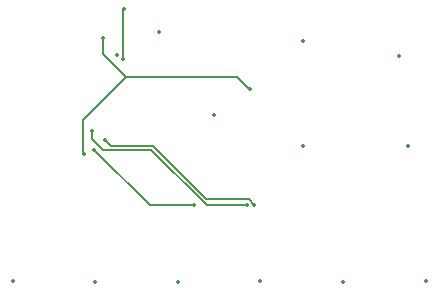
<source format=gbr>
G04 #@! TF.GenerationSoftware,KiCad,Pcbnew,5.0.0*
G04 #@! TF.CreationDate,2019-08-09T00:55:27-06:00*
G04 #@! TF.ProjectId,SX8634-Breakout,5358383633342D427265616B6F75742E,1*
G04 #@! TF.SameCoordinates,Original*
G04 #@! TF.FileFunction,Copper,L3,Inr,Signal*
G04 #@! TF.FilePolarity,Positive*
%FSLAX46Y46*%
G04 Gerber Fmt 4.6, Leading zero omitted, Abs format (unit mm)*
G04 Created by KiCad (PCBNEW 5.0.0) date Fri Aug  9 00:55:27 2019*
%MOMM*%
%LPD*%
G01*
G04 APERTURE LIST*
G04 #@! TA.AperFunction,ViaPad*
%ADD10C,0.354000*%
G04 #@! TD*
G04 #@! TA.AperFunction,Conductor*
%ADD11C,0.160000*%
G04 #@! TD*
G04 APERTURE END LIST*
D10*
G04 #@! TO.N,/VCC*
X59563000Y-38608000D03*
X57962800Y-48412400D03*
X71945500Y-42926000D03*
G04 #@! TO.N,GND*
X60706000Y-40005000D03*
G04 #@! TO.N,/I2C_SDA*
X58623200Y-46482000D03*
X71691500Y-52768500D03*
G04 #@! TO.N,/I2C_SCL*
X58775600Y-48056800D03*
X67246500Y-52768500D03*
G04 #@! TO.N,/~Touch_Reset*
X61214000Y-40386000D03*
X61277500Y-36131500D03*
G04 #@! TO.N,/~Touch_IRQ*
X59740800Y-47244000D03*
X72326500Y-52768500D03*
G04 #@! TO.N,/cap3*
X85344000Y-47752000D03*
G04 #@! TO.N,/cap7*
X79858000Y-59220000D03*
G04 #@! TO.N,/cap8*
X72834500Y-59182000D03*
G04 #@! TO.N,/cap9*
X65858000Y-59220000D03*
G04 #@! TO.N,/cap10*
X58864500Y-59245500D03*
G04 #@! TO.N,/cap0*
X64262000Y-38100000D03*
G04 #@! TO.N,/cap5*
X68897500Y-45085000D03*
G04 #@! TO.N,/cap2*
X84582000Y-40132000D03*
G04 #@! TO.N,/cap4*
X76454000Y-47752000D03*
G04 #@! TO.N,/cap1*
X76454000Y-38862000D03*
G04 #@! TO.N,/cap6*
X86868000Y-59182000D03*
G04 #@! TO.N,/cap11*
X51879500Y-59182000D03*
G04 #@! TD*
D11*
G04 #@! TO.N,/VCC*
X59563000Y-39954200D02*
X59563000Y-38608000D01*
X61518800Y-41910000D02*
X59563000Y-39954200D01*
X70866000Y-41910000D02*
X61518800Y-41910000D01*
X61518800Y-41910000D02*
X57861200Y-45567600D01*
X57861200Y-45567600D02*
X57861200Y-48310800D01*
X57861200Y-48310800D02*
X57962800Y-48412400D01*
X71882000Y-42926000D02*
X70866000Y-41910000D01*
X71945500Y-42926000D02*
X71882000Y-42926000D01*
G04 #@! TO.N,/I2C_SDA*
X59537600Y-48056800D02*
X63614300Y-48056800D01*
X58623200Y-46482000D02*
X58623200Y-47142400D01*
X58623200Y-47142400D02*
X59537600Y-48056800D01*
X68326000Y-52768500D02*
X63614300Y-48056800D01*
X71691500Y-52768500D02*
X68326000Y-52768500D01*
G04 #@! TO.N,/I2C_SCL*
X63487300Y-52768500D02*
X58775600Y-48056800D01*
X67246500Y-52768500D02*
X63487300Y-52768500D01*
G04 #@! TO.N,/~Touch_Reset*
X61214000Y-36195000D02*
X61277500Y-36131500D01*
X61214000Y-36195000D02*
X61214000Y-40386000D01*
G04 #@! TO.N,/~Touch_IRQ*
X60238598Y-47741798D02*
X59740800Y-47244000D01*
X63754000Y-47752000D02*
X63754000Y-47741798D01*
X63744778Y-47742778D02*
X63754000Y-47752000D01*
X63744778Y-47741798D02*
X63744778Y-47742778D01*
X68263480Y-52260500D02*
X63744778Y-47741798D01*
X71882000Y-52260500D02*
X68263480Y-52260500D01*
X72326500Y-52705000D02*
X71882000Y-52260500D01*
X72326500Y-52768500D02*
X72326500Y-52705000D01*
X63754000Y-47741798D02*
X60238598Y-47741798D01*
G04 #@! TD*
M02*

</source>
